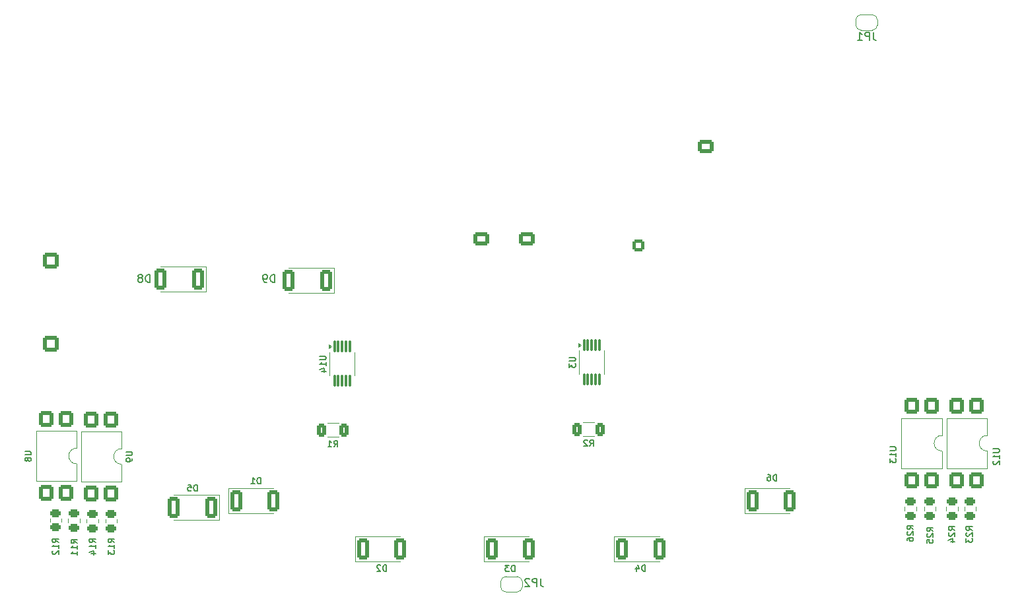
<source format=gbr>
%TF.GenerationSoftware,KiCad,Pcbnew,9.0.3*%
%TF.CreationDate,2025-11-14T19:54:21+01:00*%
%TF.ProjectId,ESPhome_greenhouse_controller,45535068-6f6d-4655-9f67-7265656e686f,rev?*%
%TF.SameCoordinates,Original*%
%TF.FileFunction,Legend,Bot*%
%TF.FilePolarity,Positive*%
%FSLAX46Y46*%
G04 Gerber Fmt 4.6, Leading zero omitted, Abs format (unit mm)*
G04 Created by KiCad (PCBNEW 9.0.3) date 2025-11-14 19:54:21*
%MOMM*%
%LPD*%
G01*
G04 APERTURE LIST*
G04 Aperture macros list*
%AMRoundRect*
0 Rectangle with rounded corners*
0 $1 Rounding radius*
0 $2 $3 $4 $5 $6 $7 $8 $9 X,Y pos of 4 corners*
0 Add a 4 corners polygon primitive as box body*
4,1,4,$2,$3,$4,$5,$6,$7,$8,$9,$2,$3,0*
0 Add four circle primitives for the rounded corners*
1,1,$1+$1,$2,$3*
1,1,$1+$1,$4,$5*
1,1,$1+$1,$6,$7*
1,1,$1+$1,$8,$9*
0 Add four rect primitives between the rounded corners*
20,1,$1+$1,$2,$3,$4,$5,0*
20,1,$1+$1,$4,$5,$6,$7,0*
20,1,$1+$1,$6,$7,$8,$9,0*
20,1,$1+$1,$8,$9,$2,$3,0*%
%AMFreePoly0*
4,1,23,0.500000,-0.750000,0.000000,-0.750000,0.000000,-0.745722,-0.065263,-0.745722,-0.191342,-0.711940,-0.304381,-0.646677,-0.396677,-0.554381,-0.461940,-0.441342,-0.495722,-0.315263,-0.495722,-0.250000,-0.500000,-0.250000,-0.500000,0.250000,-0.495722,0.250000,-0.495722,0.315263,-0.461940,0.441342,-0.396677,0.554381,-0.304381,0.646677,-0.191342,0.711940,-0.065263,0.745722,0.000000,0.745722,
0.000000,0.750000,0.500000,0.750000,0.500000,-0.750000,0.500000,-0.750000,$1*%
%AMFreePoly1*
4,1,23,0.000000,0.745722,0.065263,0.745722,0.191342,0.711940,0.304381,0.646677,0.396677,0.554381,0.461940,0.441342,0.495722,0.315263,0.495722,0.250000,0.500000,0.250000,0.500000,-0.250000,0.495722,-0.250000,0.495722,-0.315263,0.461940,-0.441342,0.396677,-0.554381,0.304381,-0.646677,0.191342,-0.711940,0.065263,-0.745722,0.000000,-0.745722,0.000000,-0.750000,-0.500000,-0.750000,
-0.500000,0.750000,0.000000,0.750000,0.000000,0.745722,0.000000,0.745722,$1*%
G04 Aperture macros list end*
%ADD10C,0.150000*%
%ADD11C,0.120000*%
%ADD12RoundRect,0.250000X-0.725000X0.600000X-0.725000X-0.600000X0.725000X-0.600000X0.725000X0.600000X0*%
%ADD13O,1.950000X1.700000*%
%ADD14C,3.000000*%
%ADD15C,2.500000*%
%ADD16RoundRect,0.250000X-0.550000X-0.550000X0.550000X-0.550000X0.550000X0.550000X-0.550000X0.550000X0*%
%ADD17C,1.600000*%
%ADD18RoundRect,0.250000X-0.750000X-0.750000X0.750000X-0.750000X0.750000X0.750000X-0.750000X0.750000X0*%
%ADD19C,2.000000*%
%ADD20R,3.200000X3.200000*%
%ADD21C,3.200000*%
%ADD22RoundRect,0.250000X0.725000X-0.600000X0.725000X0.600000X-0.725000X0.600000X-0.725000X-0.600000X0*%
%ADD23R,2.600000X2.600000*%
%ADD24C,2.600000*%
%ADD25C,5.600000*%
%ADD26R,1.500000X2.300000*%
%ADD27O,1.500000X2.300000*%
%ADD28C,2.010000*%
%ADD29RoundRect,0.250000X0.450000X-0.262500X0.450000X0.262500X-0.450000X0.262500X-0.450000X-0.262500X0*%
%ADD30RoundRect,0.250000X0.500000X1.100000X-0.500000X1.100000X-0.500000X-1.100000X0.500000X-1.100000X0*%
%ADD31RoundRect,0.250000X-0.500000X-1.100000X0.500000X-1.100000X0.500000X1.100000X-0.500000X1.100000X0*%
%ADD32RoundRect,0.249999X0.640001X-0.750001X0.640001X0.750001X-0.640001X0.750001X-0.640001X-0.750001X0*%
%ADD33FreePoly0,0.000000*%
%ADD34FreePoly1,0.000000*%
%ADD35RoundRect,0.075000X-0.075000X0.650000X-0.075000X-0.650000X0.075000X-0.650000X0.075000X0.650000X0*%
%ADD36RoundRect,0.250000X-0.312500X-0.625000X0.312500X-0.625000X0.312500X0.625000X-0.312500X0.625000X0*%
G04 APERTURE END LIST*
D10*
X206612295Y-135148214D02*
X206231342Y-134881547D01*
X206612295Y-134691071D02*
X205812295Y-134691071D01*
X205812295Y-134691071D02*
X205812295Y-134995833D01*
X205812295Y-134995833D02*
X205850390Y-135072023D01*
X205850390Y-135072023D02*
X205888485Y-135110118D01*
X205888485Y-135110118D02*
X205964676Y-135148214D01*
X205964676Y-135148214D02*
X206078961Y-135148214D01*
X206078961Y-135148214D02*
X206155152Y-135110118D01*
X206155152Y-135110118D02*
X206193247Y-135072023D01*
X206193247Y-135072023D02*
X206231342Y-134995833D01*
X206231342Y-134995833D02*
X206231342Y-134691071D01*
X205888485Y-135452975D02*
X205850390Y-135491071D01*
X205850390Y-135491071D02*
X205812295Y-135567261D01*
X205812295Y-135567261D02*
X205812295Y-135757737D01*
X205812295Y-135757737D02*
X205850390Y-135833928D01*
X205850390Y-135833928D02*
X205888485Y-135872023D01*
X205888485Y-135872023D02*
X205964676Y-135910118D01*
X205964676Y-135910118D02*
X206040866Y-135910118D01*
X206040866Y-135910118D02*
X206155152Y-135872023D01*
X206155152Y-135872023D02*
X206612295Y-135414880D01*
X206612295Y-135414880D02*
X206612295Y-135910118D01*
X205812295Y-136595833D02*
X205812295Y-136443452D01*
X205812295Y-136443452D02*
X205850390Y-136367261D01*
X205850390Y-136367261D02*
X205888485Y-136329166D01*
X205888485Y-136329166D02*
X206002771Y-136252976D01*
X206002771Y-136252976D02*
X206155152Y-136214880D01*
X206155152Y-136214880D02*
X206459914Y-136214880D01*
X206459914Y-136214880D02*
X206536104Y-136252976D01*
X206536104Y-136252976D02*
X206574200Y-136291071D01*
X206574200Y-136291071D02*
X206612295Y-136367261D01*
X206612295Y-136367261D02*
X206612295Y-136519642D01*
X206612295Y-136519642D02*
X206574200Y-136595833D01*
X206574200Y-136595833D02*
X206536104Y-136633928D01*
X206536104Y-136633928D02*
X206459914Y-136672023D01*
X206459914Y-136672023D02*
X206269438Y-136672023D01*
X206269438Y-136672023D02*
X206193247Y-136633928D01*
X206193247Y-136633928D02*
X206155152Y-136595833D01*
X206155152Y-136595833D02*
X206117057Y-136519642D01*
X206117057Y-136519642D02*
X206117057Y-136367261D01*
X206117057Y-136367261D02*
X206155152Y-136291071D01*
X206155152Y-136291071D02*
X206193247Y-136252976D01*
X206193247Y-136252976D02*
X206269438Y-136214880D01*
X108738094Y-103454819D02*
X108738094Y-102454819D01*
X108738094Y-102454819D02*
X108499999Y-102454819D01*
X108499999Y-102454819D02*
X108357142Y-102502438D01*
X108357142Y-102502438D02*
X108261904Y-102597676D01*
X108261904Y-102597676D02*
X108214285Y-102692914D01*
X108214285Y-102692914D02*
X108166666Y-102883390D01*
X108166666Y-102883390D02*
X108166666Y-103026247D01*
X108166666Y-103026247D02*
X108214285Y-103216723D01*
X108214285Y-103216723D02*
X108261904Y-103311961D01*
X108261904Y-103311961D02*
X108357142Y-103407200D01*
X108357142Y-103407200D02*
X108499999Y-103454819D01*
X108499999Y-103454819D02*
X108738094Y-103454819D01*
X107595237Y-102883390D02*
X107690475Y-102835771D01*
X107690475Y-102835771D02*
X107738094Y-102788152D01*
X107738094Y-102788152D02*
X107785713Y-102692914D01*
X107785713Y-102692914D02*
X107785713Y-102645295D01*
X107785713Y-102645295D02*
X107738094Y-102550057D01*
X107738094Y-102550057D02*
X107690475Y-102502438D01*
X107690475Y-102502438D02*
X107595237Y-102454819D01*
X107595237Y-102454819D02*
X107404761Y-102454819D01*
X107404761Y-102454819D02*
X107309523Y-102502438D01*
X107309523Y-102502438D02*
X107261904Y-102550057D01*
X107261904Y-102550057D02*
X107214285Y-102645295D01*
X107214285Y-102645295D02*
X107214285Y-102692914D01*
X107214285Y-102692914D02*
X107261904Y-102788152D01*
X107261904Y-102788152D02*
X107309523Y-102835771D01*
X107309523Y-102835771D02*
X107404761Y-102883390D01*
X107404761Y-102883390D02*
X107595237Y-102883390D01*
X107595237Y-102883390D02*
X107690475Y-102931009D01*
X107690475Y-102931009D02*
X107738094Y-102978628D01*
X107738094Y-102978628D02*
X107785713Y-103073866D01*
X107785713Y-103073866D02*
X107785713Y-103264342D01*
X107785713Y-103264342D02*
X107738094Y-103359580D01*
X107738094Y-103359580D02*
X107690475Y-103407200D01*
X107690475Y-103407200D02*
X107595237Y-103454819D01*
X107595237Y-103454819D02*
X107404761Y-103454819D01*
X107404761Y-103454819D02*
X107309523Y-103407200D01*
X107309523Y-103407200D02*
X107261904Y-103359580D01*
X107261904Y-103359580D02*
X107214285Y-103264342D01*
X107214285Y-103264342D02*
X107214285Y-103073866D01*
X107214285Y-103073866D02*
X107261904Y-102978628D01*
X107261904Y-102978628D02*
X107309523Y-102931009D01*
X107309523Y-102931009D02*
X107404761Y-102883390D01*
X124738094Y-103454819D02*
X124738094Y-102454819D01*
X124738094Y-102454819D02*
X124499999Y-102454819D01*
X124499999Y-102454819D02*
X124357142Y-102502438D01*
X124357142Y-102502438D02*
X124261904Y-102597676D01*
X124261904Y-102597676D02*
X124214285Y-102692914D01*
X124214285Y-102692914D02*
X124166666Y-102883390D01*
X124166666Y-102883390D02*
X124166666Y-103026247D01*
X124166666Y-103026247D02*
X124214285Y-103216723D01*
X124214285Y-103216723D02*
X124261904Y-103311961D01*
X124261904Y-103311961D02*
X124357142Y-103407200D01*
X124357142Y-103407200D02*
X124499999Y-103454819D01*
X124499999Y-103454819D02*
X124738094Y-103454819D01*
X123690475Y-103454819D02*
X123499999Y-103454819D01*
X123499999Y-103454819D02*
X123404761Y-103407200D01*
X123404761Y-103407200D02*
X123357142Y-103359580D01*
X123357142Y-103359580D02*
X123261904Y-103216723D01*
X123261904Y-103216723D02*
X123214285Y-103026247D01*
X123214285Y-103026247D02*
X123214285Y-102645295D01*
X123214285Y-102645295D02*
X123261904Y-102550057D01*
X123261904Y-102550057D02*
X123309523Y-102502438D01*
X123309523Y-102502438D02*
X123404761Y-102454819D01*
X123404761Y-102454819D02*
X123595237Y-102454819D01*
X123595237Y-102454819D02*
X123690475Y-102502438D01*
X123690475Y-102502438D02*
X123738094Y-102550057D01*
X123738094Y-102550057D02*
X123785713Y-102645295D01*
X123785713Y-102645295D02*
X123785713Y-102883390D01*
X123785713Y-102883390D02*
X123738094Y-102978628D01*
X123738094Y-102978628D02*
X123690475Y-103026247D01*
X123690475Y-103026247D02*
X123595237Y-103073866D01*
X123595237Y-103073866D02*
X123404761Y-103073866D01*
X123404761Y-103073866D02*
X123309523Y-103026247D01*
X123309523Y-103026247D02*
X123261904Y-102978628D01*
X123261904Y-102978628D02*
X123214285Y-102883390D01*
X139040475Y-140512295D02*
X139040475Y-139712295D01*
X139040475Y-139712295D02*
X138849999Y-139712295D01*
X138849999Y-139712295D02*
X138735713Y-139750390D01*
X138735713Y-139750390D02*
X138659523Y-139826580D01*
X138659523Y-139826580D02*
X138621428Y-139902771D01*
X138621428Y-139902771D02*
X138583332Y-140055152D01*
X138583332Y-140055152D02*
X138583332Y-140169438D01*
X138583332Y-140169438D02*
X138621428Y-140321819D01*
X138621428Y-140321819D02*
X138659523Y-140398009D01*
X138659523Y-140398009D02*
X138735713Y-140474200D01*
X138735713Y-140474200D02*
X138849999Y-140512295D01*
X138849999Y-140512295D02*
X139040475Y-140512295D01*
X138278571Y-139788485D02*
X138240475Y-139750390D01*
X138240475Y-139750390D02*
X138164285Y-139712295D01*
X138164285Y-139712295D02*
X137973809Y-139712295D01*
X137973809Y-139712295D02*
X137897618Y-139750390D01*
X137897618Y-139750390D02*
X137859523Y-139788485D01*
X137859523Y-139788485D02*
X137821428Y-139864676D01*
X137821428Y-139864676D02*
X137821428Y-139940866D01*
X137821428Y-139940866D02*
X137859523Y-140055152D01*
X137859523Y-140055152D02*
X138316666Y-140512295D01*
X138316666Y-140512295D02*
X137821428Y-140512295D01*
X211962295Y-135285714D02*
X211581342Y-135019047D01*
X211962295Y-134828571D02*
X211162295Y-134828571D01*
X211162295Y-134828571D02*
X211162295Y-135133333D01*
X211162295Y-135133333D02*
X211200390Y-135209523D01*
X211200390Y-135209523D02*
X211238485Y-135247618D01*
X211238485Y-135247618D02*
X211314676Y-135285714D01*
X211314676Y-135285714D02*
X211428961Y-135285714D01*
X211428961Y-135285714D02*
X211505152Y-135247618D01*
X211505152Y-135247618D02*
X211543247Y-135209523D01*
X211543247Y-135209523D02*
X211581342Y-135133333D01*
X211581342Y-135133333D02*
X211581342Y-134828571D01*
X211238485Y-135590475D02*
X211200390Y-135628571D01*
X211200390Y-135628571D02*
X211162295Y-135704761D01*
X211162295Y-135704761D02*
X211162295Y-135895237D01*
X211162295Y-135895237D02*
X211200390Y-135971428D01*
X211200390Y-135971428D02*
X211238485Y-136009523D01*
X211238485Y-136009523D02*
X211314676Y-136047618D01*
X211314676Y-136047618D02*
X211390866Y-136047618D01*
X211390866Y-136047618D02*
X211505152Y-136009523D01*
X211505152Y-136009523D02*
X211962295Y-135552380D01*
X211962295Y-135552380D02*
X211962295Y-136047618D01*
X211428961Y-136733333D02*
X211962295Y-136733333D01*
X211124200Y-136542857D02*
X211695628Y-136352380D01*
X211695628Y-136352380D02*
X211695628Y-136847619D01*
X189090475Y-128912295D02*
X189090475Y-128112295D01*
X189090475Y-128112295D02*
X188899999Y-128112295D01*
X188899999Y-128112295D02*
X188785713Y-128150390D01*
X188785713Y-128150390D02*
X188709523Y-128226580D01*
X188709523Y-128226580D02*
X188671428Y-128302771D01*
X188671428Y-128302771D02*
X188633332Y-128455152D01*
X188633332Y-128455152D02*
X188633332Y-128569438D01*
X188633332Y-128569438D02*
X188671428Y-128721819D01*
X188671428Y-128721819D02*
X188709523Y-128798009D01*
X188709523Y-128798009D02*
X188785713Y-128874200D01*
X188785713Y-128874200D02*
X188899999Y-128912295D01*
X188899999Y-128912295D02*
X189090475Y-128912295D01*
X187947618Y-128112295D02*
X188099999Y-128112295D01*
X188099999Y-128112295D02*
X188176190Y-128150390D01*
X188176190Y-128150390D02*
X188214285Y-128188485D01*
X188214285Y-128188485D02*
X188290475Y-128302771D01*
X188290475Y-128302771D02*
X188328571Y-128455152D01*
X188328571Y-128455152D02*
X188328571Y-128759914D01*
X188328571Y-128759914D02*
X188290475Y-128836104D01*
X188290475Y-128836104D02*
X188252380Y-128874200D01*
X188252380Y-128874200D02*
X188176190Y-128912295D01*
X188176190Y-128912295D02*
X188023809Y-128912295D01*
X188023809Y-128912295D02*
X187947618Y-128874200D01*
X187947618Y-128874200D02*
X187909523Y-128836104D01*
X187909523Y-128836104D02*
X187871428Y-128759914D01*
X187871428Y-128759914D02*
X187871428Y-128569438D01*
X187871428Y-128569438D02*
X187909523Y-128493247D01*
X187909523Y-128493247D02*
X187947618Y-128455152D01*
X187947618Y-128455152D02*
X188023809Y-128417057D01*
X188023809Y-128417057D02*
X188176190Y-128417057D01*
X188176190Y-128417057D02*
X188252380Y-128455152D01*
X188252380Y-128455152D02*
X188290475Y-128493247D01*
X188290475Y-128493247D02*
X188328571Y-128569438D01*
X216862295Y-124809524D02*
X217509914Y-124809524D01*
X217509914Y-124809524D02*
X217586104Y-124847619D01*
X217586104Y-124847619D02*
X217624200Y-124885714D01*
X217624200Y-124885714D02*
X217662295Y-124961905D01*
X217662295Y-124961905D02*
X217662295Y-125114286D01*
X217662295Y-125114286D02*
X217624200Y-125190476D01*
X217624200Y-125190476D02*
X217586104Y-125228571D01*
X217586104Y-125228571D02*
X217509914Y-125266667D01*
X217509914Y-125266667D02*
X216862295Y-125266667D01*
X217662295Y-126066666D02*
X217662295Y-125609523D01*
X217662295Y-125838095D02*
X216862295Y-125838095D01*
X216862295Y-125838095D02*
X216976580Y-125761904D01*
X216976580Y-125761904D02*
X217052771Y-125685714D01*
X217052771Y-125685714D02*
X217090866Y-125609523D01*
X216938485Y-126371428D02*
X216900390Y-126409524D01*
X216900390Y-126409524D02*
X216862295Y-126485714D01*
X216862295Y-126485714D02*
X216862295Y-126676190D01*
X216862295Y-126676190D02*
X216900390Y-126752381D01*
X216900390Y-126752381D02*
X216938485Y-126790476D01*
X216938485Y-126790476D02*
X217014676Y-126828571D01*
X217014676Y-126828571D02*
X217090866Y-126828571D01*
X217090866Y-126828571D02*
X217205152Y-126790476D01*
X217205152Y-126790476D02*
X217662295Y-126333333D01*
X217662295Y-126333333D02*
X217662295Y-126828571D01*
X201483333Y-71354819D02*
X201483333Y-72069104D01*
X201483333Y-72069104D02*
X201530952Y-72211961D01*
X201530952Y-72211961D02*
X201626190Y-72307200D01*
X201626190Y-72307200D02*
X201769047Y-72354819D01*
X201769047Y-72354819D02*
X201864285Y-72354819D01*
X201007142Y-72354819D02*
X201007142Y-71354819D01*
X201007142Y-71354819D02*
X200626190Y-71354819D01*
X200626190Y-71354819D02*
X200530952Y-71402438D01*
X200530952Y-71402438D02*
X200483333Y-71450057D01*
X200483333Y-71450057D02*
X200435714Y-71545295D01*
X200435714Y-71545295D02*
X200435714Y-71688152D01*
X200435714Y-71688152D02*
X200483333Y-71783390D01*
X200483333Y-71783390D02*
X200530952Y-71831009D01*
X200530952Y-71831009D02*
X200626190Y-71878628D01*
X200626190Y-71878628D02*
X201007142Y-71878628D01*
X199483333Y-72354819D02*
X200054761Y-72354819D01*
X199769047Y-72354819D02*
X199769047Y-71354819D01*
X199769047Y-71354819D02*
X199864285Y-71497676D01*
X199864285Y-71497676D02*
X199959523Y-71592914D01*
X199959523Y-71592914D02*
X200054761Y-71640533D01*
X92712295Y-125140476D02*
X93359914Y-125140476D01*
X93359914Y-125140476D02*
X93436104Y-125178571D01*
X93436104Y-125178571D02*
X93474200Y-125216666D01*
X93474200Y-125216666D02*
X93512295Y-125292857D01*
X93512295Y-125292857D02*
X93512295Y-125445238D01*
X93512295Y-125445238D02*
X93474200Y-125521428D01*
X93474200Y-125521428D02*
X93436104Y-125559523D01*
X93436104Y-125559523D02*
X93359914Y-125597619D01*
X93359914Y-125597619D02*
X92712295Y-125597619D01*
X93055152Y-126092856D02*
X93017057Y-126016666D01*
X93017057Y-126016666D02*
X92978961Y-125978571D01*
X92978961Y-125978571D02*
X92902771Y-125940475D01*
X92902771Y-125940475D02*
X92864676Y-125940475D01*
X92864676Y-125940475D02*
X92788485Y-125978571D01*
X92788485Y-125978571D02*
X92750390Y-126016666D01*
X92750390Y-126016666D02*
X92712295Y-126092856D01*
X92712295Y-126092856D02*
X92712295Y-126245237D01*
X92712295Y-126245237D02*
X92750390Y-126321428D01*
X92750390Y-126321428D02*
X92788485Y-126359523D01*
X92788485Y-126359523D02*
X92864676Y-126397618D01*
X92864676Y-126397618D02*
X92902771Y-126397618D01*
X92902771Y-126397618D02*
X92978961Y-126359523D01*
X92978961Y-126359523D02*
X93017057Y-126321428D01*
X93017057Y-126321428D02*
X93055152Y-126245237D01*
X93055152Y-126245237D02*
X93055152Y-126092856D01*
X93055152Y-126092856D02*
X93093247Y-126016666D01*
X93093247Y-126016666D02*
X93131342Y-125978571D01*
X93131342Y-125978571D02*
X93207533Y-125940475D01*
X93207533Y-125940475D02*
X93359914Y-125940475D01*
X93359914Y-125940475D02*
X93436104Y-125978571D01*
X93436104Y-125978571D02*
X93474200Y-126016666D01*
X93474200Y-126016666D02*
X93512295Y-126092856D01*
X93512295Y-126092856D02*
X93512295Y-126245237D01*
X93512295Y-126245237D02*
X93474200Y-126321428D01*
X93474200Y-126321428D02*
X93436104Y-126359523D01*
X93436104Y-126359523D02*
X93359914Y-126397618D01*
X93359914Y-126397618D02*
X93207533Y-126397618D01*
X93207533Y-126397618D02*
X93131342Y-126359523D01*
X93131342Y-126359523D02*
X93093247Y-126321428D01*
X93093247Y-126321428D02*
X93055152Y-126245237D01*
X172240475Y-140512295D02*
X172240475Y-139712295D01*
X172240475Y-139712295D02*
X172049999Y-139712295D01*
X172049999Y-139712295D02*
X171935713Y-139750390D01*
X171935713Y-139750390D02*
X171859523Y-139826580D01*
X171859523Y-139826580D02*
X171821428Y-139902771D01*
X171821428Y-139902771D02*
X171783332Y-140055152D01*
X171783332Y-140055152D02*
X171783332Y-140169438D01*
X171783332Y-140169438D02*
X171821428Y-140321819D01*
X171821428Y-140321819D02*
X171859523Y-140398009D01*
X171859523Y-140398009D02*
X171935713Y-140474200D01*
X171935713Y-140474200D02*
X172049999Y-140512295D01*
X172049999Y-140512295D02*
X172240475Y-140512295D01*
X171097618Y-139978961D02*
X171097618Y-140512295D01*
X171288094Y-139674200D02*
X171478571Y-140245628D01*
X171478571Y-140245628D02*
X170983332Y-140245628D01*
X209162295Y-135398214D02*
X208781342Y-135131547D01*
X209162295Y-134941071D02*
X208362295Y-134941071D01*
X208362295Y-134941071D02*
X208362295Y-135245833D01*
X208362295Y-135245833D02*
X208400390Y-135322023D01*
X208400390Y-135322023D02*
X208438485Y-135360118D01*
X208438485Y-135360118D02*
X208514676Y-135398214D01*
X208514676Y-135398214D02*
X208628961Y-135398214D01*
X208628961Y-135398214D02*
X208705152Y-135360118D01*
X208705152Y-135360118D02*
X208743247Y-135322023D01*
X208743247Y-135322023D02*
X208781342Y-135245833D01*
X208781342Y-135245833D02*
X208781342Y-134941071D01*
X208438485Y-135702975D02*
X208400390Y-135741071D01*
X208400390Y-135741071D02*
X208362295Y-135817261D01*
X208362295Y-135817261D02*
X208362295Y-136007737D01*
X208362295Y-136007737D02*
X208400390Y-136083928D01*
X208400390Y-136083928D02*
X208438485Y-136122023D01*
X208438485Y-136122023D02*
X208514676Y-136160118D01*
X208514676Y-136160118D02*
X208590866Y-136160118D01*
X208590866Y-136160118D02*
X208705152Y-136122023D01*
X208705152Y-136122023D02*
X209162295Y-135664880D01*
X209162295Y-135664880D02*
X209162295Y-136160118D01*
X208362295Y-136883928D02*
X208362295Y-136502976D01*
X208362295Y-136502976D02*
X208743247Y-136464880D01*
X208743247Y-136464880D02*
X208705152Y-136502976D01*
X208705152Y-136502976D02*
X208667057Y-136579166D01*
X208667057Y-136579166D02*
X208667057Y-136769642D01*
X208667057Y-136769642D02*
X208705152Y-136845833D01*
X208705152Y-136845833D02*
X208743247Y-136883928D01*
X208743247Y-136883928D02*
X208819438Y-136922023D01*
X208819438Y-136922023D02*
X209009914Y-136922023D01*
X209009914Y-136922023D02*
X209086104Y-136883928D01*
X209086104Y-136883928D02*
X209124200Y-136845833D01*
X209124200Y-136845833D02*
X209162295Y-136769642D01*
X209162295Y-136769642D02*
X209162295Y-136579166D01*
X209162295Y-136579166D02*
X209124200Y-136502976D01*
X209124200Y-136502976D02*
X209086104Y-136464880D01*
X122940475Y-129312295D02*
X122940475Y-128512295D01*
X122940475Y-128512295D02*
X122749999Y-128512295D01*
X122749999Y-128512295D02*
X122635713Y-128550390D01*
X122635713Y-128550390D02*
X122559523Y-128626580D01*
X122559523Y-128626580D02*
X122521428Y-128702771D01*
X122521428Y-128702771D02*
X122483332Y-128855152D01*
X122483332Y-128855152D02*
X122483332Y-128969438D01*
X122483332Y-128969438D02*
X122521428Y-129121819D01*
X122521428Y-129121819D02*
X122559523Y-129198009D01*
X122559523Y-129198009D02*
X122635713Y-129274200D01*
X122635713Y-129274200D02*
X122749999Y-129312295D01*
X122749999Y-129312295D02*
X122940475Y-129312295D01*
X121721428Y-129312295D02*
X122178571Y-129312295D01*
X121949999Y-129312295D02*
X121949999Y-128512295D01*
X121949999Y-128512295D02*
X122026190Y-128626580D01*
X122026190Y-128626580D02*
X122102380Y-128702771D01*
X122102380Y-128702771D02*
X122178571Y-128740866D01*
X114790475Y-130212295D02*
X114790475Y-129412295D01*
X114790475Y-129412295D02*
X114599999Y-129412295D01*
X114599999Y-129412295D02*
X114485713Y-129450390D01*
X114485713Y-129450390D02*
X114409523Y-129526580D01*
X114409523Y-129526580D02*
X114371428Y-129602771D01*
X114371428Y-129602771D02*
X114333332Y-129755152D01*
X114333332Y-129755152D02*
X114333332Y-129869438D01*
X114333332Y-129869438D02*
X114371428Y-130021819D01*
X114371428Y-130021819D02*
X114409523Y-130098009D01*
X114409523Y-130098009D02*
X114485713Y-130174200D01*
X114485713Y-130174200D02*
X114599999Y-130212295D01*
X114599999Y-130212295D02*
X114790475Y-130212295D01*
X113609523Y-129412295D02*
X113990475Y-129412295D01*
X113990475Y-129412295D02*
X114028571Y-129793247D01*
X114028571Y-129793247D02*
X113990475Y-129755152D01*
X113990475Y-129755152D02*
X113914285Y-129717057D01*
X113914285Y-129717057D02*
X113723809Y-129717057D01*
X113723809Y-129717057D02*
X113647618Y-129755152D01*
X113647618Y-129755152D02*
X113609523Y-129793247D01*
X113609523Y-129793247D02*
X113571428Y-129869438D01*
X113571428Y-129869438D02*
X113571428Y-130059914D01*
X113571428Y-130059914D02*
X113609523Y-130136104D01*
X113609523Y-130136104D02*
X113647618Y-130174200D01*
X113647618Y-130174200D02*
X113723809Y-130212295D01*
X113723809Y-130212295D02*
X113914285Y-130212295D01*
X113914285Y-130212295D02*
X113990475Y-130174200D01*
X113990475Y-130174200D02*
X114028571Y-130136104D01*
X162512295Y-113090476D02*
X163159914Y-113090476D01*
X163159914Y-113090476D02*
X163236104Y-113128571D01*
X163236104Y-113128571D02*
X163274200Y-113166666D01*
X163274200Y-113166666D02*
X163312295Y-113242857D01*
X163312295Y-113242857D02*
X163312295Y-113395238D01*
X163312295Y-113395238D02*
X163274200Y-113471428D01*
X163274200Y-113471428D02*
X163236104Y-113509523D01*
X163236104Y-113509523D02*
X163159914Y-113547619D01*
X163159914Y-113547619D02*
X162512295Y-113547619D01*
X162512295Y-113852380D02*
X162512295Y-114347618D01*
X162512295Y-114347618D02*
X162817057Y-114080952D01*
X162817057Y-114080952D02*
X162817057Y-114195237D01*
X162817057Y-114195237D02*
X162855152Y-114271428D01*
X162855152Y-114271428D02*
X162893247Y-114309523D01*
X162893247Y-114309523D02*
X162969438Y-114347618D01*
X162969438Y-114347618D02*
X163159914Y-114347618D01*
X163159914Y-114347618D02*
X163236104Y-114309523D01*
X163236104Y-114309523D02*
X163274200Y-114271428D01*
X163274200Y-114271428D02*
X163312295Y-114195237D01*
X163312295Y-114195237D02*
X163312295Y-113966666D01*
X163312295Y-113966666D02*
X163274200Y-113890475D01*
X163274200Y-113890475D02*
X163236104Y-113852380D01*
X165133332Y-124482295D02*
X165399999Y-124101342D01*
X165590475Y-124482295D02*
X165590475Y-123682295D01*
X165590475Y-123682295D02*
X165285713Y-123682295D01*
X165285713Y-123682295D02*
X165209523Y-123720390D01*
X165209523Y-123720390D02*
X165171428Y-123758485D01*
X165171428Y-123758485D02*
X165133332Y-123834676D01*
X165133332Y-123834676D02*
X165133332Y-123948961D01*
X165133332Y-123948961D02*
X165171428Y-124025152D01*
X165171428Y-124025152D02*
X165209523Y-124063247D01*
X165209523Y-124063247D02*
X165285713Y-124101342D01*
X165285713Y-124101342D02*
X165590475Y-124101342D01*
X164828571Y-123758485D02*
X164790475Y-123720390D01*
X164790475Y-123720390D02*
X164714285Y-123682295D01*
X164714285Y-123682295D02*
X164523809Y-123682295D01*
X164523809Y-123682295D02*
X164447618Y-123720390D01*
X164447618Y-123720390D02*
X164409523Y-123758485D01*
X164409523Y-123758485D02*
X164371428Y-123834676D01*
X164371428Y-123834676D02*
X164371428Y-123910866D01*
X164371428Y-123910866D02*
X164409523Y-124025152D01*
X164409523Y-124025152D02*
X164866666Y-124482295D01*
X164866666Y-124482295D02*
X164371428Y-124482295D01*
X97012295Y-136835714D02*
X96631342Y-136569047D01*
X97012295Y-136378571D02*
X96212295Y-136378571D01*
X96212295Y-136378571D02*
X96212295Y-136683333D01*
X96212295Y-136683333D02*
X96250390Y-136759523D01*
X96250390Y-136759523D02*
X96288485Y-136797618D01*
X96288485Y-136797618D02*
X96364676Y-136835714D01*
X96364676Y-136835714D02*
X96478961Y-136835714D01*
X96478961Y-136835714D02*
X96555152Y-136797618D01*
X96555152Y-136797618D02*
X96593247Y-136759523D01*
X96593247Y-136759523D02*
X96631342Y-136683333D01*
X96631342Y-136683333D02*
X96631342Y-136378571D01*
X97012295Y-137597618D02*
X97012295Y-137140475D01*
X97012295Y-137369047D02*
X96212295Y-137369047D01*
X96212295Y-137369047D02*
X96326580Y-137292856D01*
X96326580Y-137292856D02*
X96402771Y-137216666D01*
X96402771Y-137216666D02*
X96440866Y-137140475D01*
X96288485Y-137902380D02*
X96250390Y-137940476D01*
X96250390Y-137940476D02*
X96212295Y-138016666D01*
X96212295Y-138016666D02*
X96212295Y-138207142D01*
X96212295Y-138207142D02*
X96250390Y-138283333D01*
X96250390Y-138283333D02*
X96288485Y-138321428D01*
X96288485Y-138321428D02*
X96364676Y-138359523D01*
X96364676Y-138359523D02*
X96440866Y-138359523D01*
X96440866Y-138359523D02*
X96555152Y-138321428D01*
X96555152Y-138321428D02*
X97012295Y-137864285D01*
X97012295Y-137864285D02*
X97012295Y-138359523D01*
X101762295Y-136835714D02*
X101381342Y-136569047D01*
X101762295Y-136378571D02*
X100962295Y-136378571D01*
X100962295Y-136378571D02*
X100962295Y-136683333D01*
X100962295Y-136683333D02*
X101000390Y-136759523D01*
X101000390Y-136759523D02*
X101038485Y-136797618D01*
X101038485Y-136797618D02*
X101114676Y-136835714D01*
X101114676Y-136835714D02*
X101228961Y-136835714D01*
X101228961Y-136835714D02*
X101305152Y-136797618D01*
X101305152Y-136797618D02*
X101343247Y-136759523D01*
X101343247Y-136759523D02*
X101381342Y-136683333D01*
X101381342Y-136683333D02*
X101381342Y-136378571D01*
X101762295Y-137597618D02*
X101762295Y-137140475D01*
X101762295Y-137369047D02*
X100962295Y-137369047D01*
X100962295Y-137369047D02*
X101076580Y-137292856D01*
X101076580Y-137292856D02*
X101152771Y-137216666D01*
X101152771Y-137216666D02*
X101190866Y-137140475D01*
X101228961Y-138283333D02*
X101762295Y-138283333D01*
X100924200Y-138092857D02*
X101495628Y-137902380D01*
X101495628Y-137902380D02*
X101495628Y-138397619D01*
X203612295Y-124559524D02*
X204259914Y-124559524D01*
X204259914Y-124559524D02*
X204336104Y-124597619D01*
X204336104Y-124597619D02*
X204374200Y-124635714D01*
X204374200Y-124635714D02*
X204412295Y-124711905D01*
X204412295Y-124711905D02*
X204412295Y-124864286D01*
X204412295Y-124864286D02*
X204374200Y-124940476D01*
X204374200Y-124940476D02*
X204336104Y-124978571D01*
X204336104Y-124978571D02*
X204259914Y-125016667D01*
X204259914Y-125016667D02*
X203612295Y-125016667D01*
X204412295Y-125816666D02*
X204412295Y-125359523D01*
X204412295Y-125588095D02*
X203612295Y-125588095D01*
X203612295Y-125588095D02*
X203726580Y-125511904D01*
X203726580Y-125511904D02*
X203802771Y-125435714D01*
X203802771Y-125435714D02*
X203840866Y-125359523D01*
X203612295Y-126083333D02*
X203612295Y-126578571D01*
X203612295Y-126578571D02*
X203917057Y-126311905D01*
X203917057Y-126311905D02*
X203917057Y-126426190D01*
X203917057Y-126426190D02*
X203955152Y-126502381D01*
X203955152Y-126502381D02*
X203993247Y-126540476D01*
X203993247Y-126540476D02*
X204069438Y-126578571D01*
X204069438Y-126578571D02*
X204259914Y-126578571D01*
X204259914Y-126578571D02*
X204336104Y-126540476D01*
X204336104Y-126540476D02*
X204374200Y-126502381D01*
X204374200Y-126502381D02*
X204412295Y-126426190D01*
X204412295Y-126426190D02*
X204412295Y-126197619D01*
X204412295Y-126197619D02*
X204374200Y-126121428D01*
X204374200Y-126121428D02*
X204336104Y-126083333D01*
X132333332Y-124582295D02*
X132599999Y-124201342D01*
X132790475Y-124582295D02*
X132790475Y-123782295D01*
X132790475Y-123782295D02*
X132485713Y-123782295D01*
X132485713Y-123782295D02*
X132409523Y-123820390D01*
X132409523Y-123820390D02*
X132371428Y-123858485D01*
X132371428Y-123858485D02*
X132333332Y-123934676D01*
X132333332Y-123934676D02*
X132333332Y-124048961D01*
X132333332Y-124048961D02*
X132371428Y-124125152D01*
X132371428Y-124125152D02*
X132409523Y-124163247D01*
X132409523Y-124163247D02*
X132485713Y-124201342D01*
X132485713Y-124201342D02*
X132790475Y-124201342D01*
X131571428Y-124582295D02*
X132028571Y-124582295D01*
X131799999Y-124582295D02*
X131799999Y-123782295D01*
X131799999Y-123782295D02*
X131876190Y-123896580D01*
X131876190Y-123896580D02*
X131952380Y-123972771D01*
X131952380Y-123972771D02*
X132028571Y-124010866D01*
X214212295Y-135285714D02*
X213831342Y-135019047D01*
X214212295Y-134828571D02*
X213412295Y-134828571D01*
X213412295Y-134828571D02*
X213412295Y-135133333D01*
X213412295Y-135133333D02*
X213450390Y-135209523D01*
X213450390Y-135209523D02*
X213488485Y-135247618D01*
X213488485Y-135247618D02*
X213564676Y-135285714D01*
X213564676Y-135285714D02*
X213678961Y-135285714D01*
X213678961Y-135285714D02*
X213755152Y-135247618D01*
X213755152Y-135247618D02*
X213793247Y-135209523D01*
X213793247Y-135209523D02*
X213831342Y-135133333D01*
X213831342Y-135133333D02*
X213831342Y-134828571D01*
X213488485Y-135590475D02*
X213450390Y-135628571D01*
X213450390Y-135628571D02*
X213412295Y-135704761D01*
X213412295Y-135704761D02*
X213412295Y-135895237D01*
X213412295Y-135895237D02*
X213450390Y-135971428D01*
X213450390Y-135971428D02*
X213488485Y-136009523D01*
X213488485Y-136009523D02*
X213564676Y-136047618D01*
X213564676Y-136047618D02*
X213640866Y-136047618D01*
X213640866Y-136047618D02*
X213755152Y-136009523D01*
X213755152Y-136009523D02*
X214212295Y-135552380D01*
X214212295Y-135552380D02*
X214212295Y-136047618D01*
X213412295Y-136314285D02*
X213412295Y-136809523D01*
X213412295Y-136809523D02*
X213717057Y-136542857D01*
X213717057Y-136542857D02*
X213717057Y-136657142D01*
X213717057Y-136657142D02*
X213755152Y-136733333D01*
X213755152Y-136733333D02*
X213793247Y-136771428D01*
X213793247Y-136771428D02*
X213869438Y-136809523D01*
X213869438Y-136809523D02*
X214059914Y-136809523D01*
X214059914Y-136809523D02*
X214136104Y-136771428D01*
X214136104Y-136771428D02*
X214174200Y-136733333D01*
X214174200Y-136733333D02*
X214212295Y-136657142D01*
X214212295Y-136657142D02*
X214212295Y-136428571D01*
X214212295Y-136428571D02*
X214174200Y-136352380D01*
X214174200Y-136352380D02*
X214136104Y-136314285D01*
X155540475Y-140562295D02*
X155540475Y-139762295D01*
X155540475Y-139762295D02*
X155349999Y-139762295D01*
X155349999Y-139762295D02*
X155235713Y-139800390D01*
X155235713Y-139800390D02*
X155159523Y-139876580D01*
X155159523Y-139876580D02*
X155121428Y-139952771D01*
X155121428Y-139952771D02*
X155083332Y-140105152D01*
X155083332Y-140105152D02*
X155083332Y-140219438D01*
X155083332Y-140219438D02*
X155121428Y-140371819D01*
X155121428Y-140371819D02*
X155159523Y-140448009D01*
X155159523Y-140448009D02*
X155235713Y-140524200D01*
X155235713Y-140524200D02*
X155349999Y-140562295D01*
X155349999Y-140562295D02*
X155540475Y-140562295D01*
X154816666Y-139762295D02*
X154321428Y-139762295D01*
X154321428Y-139762295D02*
X154588094Y-140067057D01*
X154588094Y-140067057D02*
X154473809Y-140067057D01*
X154473809Y-140067057D02*
X154397618Y-140105152D01*
X154397618Y-140105152D02*
X154359523Y-140143247D01*
X154359523Y-140143247D02*
X154321428Y-140219438D01*
X154321428Y-140219438D02*
X154321428Y-140409914D01*
X154321428Y-140409914D02*
X154359523Y-140486104D01*
X154359523Y-140486104D02*
X154397618Y-140524200D01*
X154397618Y-140524200D02*
X154473809Y-140562295D01*
X154473809Y-140562295D02*
X154702380Y-140562295D01*
X154702380Y-140562295D02*
X154778571Y-140524200D01*
X154778571Y-140524200D02*
X154816666Y-140486104D01*
X130512295Y-112909524D02*
X131159914Y-112909524D01*
X131159914Y-112909524D02*
X131236104Y-112947619D01*
X131236104Y-112947619D02*
X131274200Y-112985714D01*
X131274200Y-112985714D02*
X131312295Y-113061905D01*
X131312295Y-113061905D02*
X131312295Y-113214286D01*
X131312295Y-113214286D02*
X131274200Y-113290476D01*
X131274200Y-113290476D02*
X131236104Y-113328571D01*
X131236104Y-113328571D02*
X131159914Y-113366667D01*
X131159914Y-113366667D02*
X130512295Y-113366667D01*
X131312295Y-114166666D02*
X131312295Y-113709523D01*
X131312295Y-113938095D02*
X130512295Y-113938095D01*
X130512295Y-113938095D02*
X130626580Y-113861904D01*
X130626580Y-113861904D02*
X130702771Y-113785714D01*
X130702771Y-113785714D02*
X130740866Y-113709523D01*
X130778961Y-114852381D02*
X131312295Y-114852381D01*
X130474200Y-114661905D02*
X131045628Y-114471428D01*
X131045628Y-114471428D02*
X131045628Y-114966667D01*
X105662295Y-125190476D02*
X106309914Y-125190476D01*
X106309914Y-125190476D02*
X106386104Y-125228571D01*
X106386104Y-125228571D02*
X106424200Y-125266666D01*
X106424200Y-125266666D02*
X106462295Y-125342857D01*
X106462295Y-125342857D02*
X106462295Y-125495238D01*
X106462295Y-125495238D02*
X106424200Y-125571428D01*
X106424200Y-125571428D02*
X106386104Y-125609523D01*
X106386104Y-125609523D02*
X106309914Y-125647619D01*
X106309914Y-125647619D02*
X105662295Y-125647619D01*
X106462295Y-126066666D02*
X106462295Y-126219047D01*
X106462295Y-126219047D02*
X106424200Y-126295237D01*
X106424200Y-126295237D02*
X106386104Y-126333333D01*
X106386104Y-126333333D02*
X106271819Y-126409523D01*
X106271819Y-126409523D02*
X106119438Y-126447618D01*
X106119438Y-126447618D02*
X105814676Y-126447618D01*
X105814676Y-126447618D02*
X105738485Y-126409523D01*
X105738485Y-126409523D02*
X105700390Y-126371428D01*
X105700390Y-126371428D02*
X105662295Y-126295237D01*
X105662295Y-126295237D02*
X105662295Y-126142856D01*
X105662295Y-126142856D02*
X105700390Y-126066666D01*
X105700390Y-126066666D02*
X105738485Y-126028571D01*
X105738485Y-126028571D02*
X105814676Y-125990475D01*
X105814676Y-125990475D02*
X106005152Y-125990475D01*
X106005152Y-125990475D02*
X106081342Y-126028571D01*
X106081342Y-126028571D02*
X106119438Y-126066666D01*
X106119438Y-126066666D02*
X106157533Y-126142856D01*
X106157533Y-126142856D02*
X106157533Y-126295237D01*
X106157533Y-126295237D02*
X106119438Y-126371428D01*
X106119438Y-126371428D02*
X106081342Y-126409523D01*
X106081342Y-126409523D02*
X106005152Y-126447618D01*
X158833333Y-141454819D02*
X158833333Y-142169104D01*
X158833333Y-142169104D02*
X158880952Y-142311961D01*
X158880952Y-142311961D02*
X158976190Y-142407200D01*
X158976190Y-142407200D02*
X159119047Y-142454819D01*
X159119047Y-142454819D02*
X159214285Y-142454819D01*
X158357142Y-142454819D02*
X158357142Y-141454819D01*
X158357142Y-141454819D02*
X157976190Y-141454819D01*
X157976190Y-141454819D02*
X157880952Y-141502438D01*
X157880952Y-141502438D02*
X157833333Y-141550057D01*
X157833333Y-141550057D02*
X157785714Y-141645295D01*
X157785714Y-141645295D02*
X157785714Y-141788152D01*
X157785714Y-141788152D02*
X157833333Y-141883390D01*
X157833333Y-141883390D02*
X157880952Y-141931009D01*
X157880952Y-141931009D02*
X157976190Y-141978628D01*
X157976190Y-141978628D02*
X158357142Y-141978628D01*
X157404761Y-141550057D02*
X157357142Y-141502438D01*
X157357142Y-141502438D02*
X157261904Y-141454819D01*
X157261904Y-141454819D02*
X157023809Y-141454819D01*
X157023809Y-141454819D02*
X156928571Y-141502438D01*
X156928571Y-141502438D02*
X156880952Y-141550057D01*
X156880952Y-141550057D02*
X156833333Y-141645295D01*
X156833333Y-141645295D02*
X156833333Y-141740533D01*
X156833333Y-141740533D02*
X156880952Y-141883390D01*
X156880952Y-141883390D02*
X157452380Y-142454819D01*
X157452380Y-142454819D02*
X156833333Y-142454819D01*
X104162295Y-136835714D02*
X103781342Y-136569047D01*
X104162295Y-136378571D02*
X103362295Y-136378571D01*
X103362295Y-136378571D02*
X103362295Y-136683333D01*
X103362295Y-136683333D02*
X103400390Y-136759523D01*
X103400390Y-136759523D02*
X103438485Y-136797618D01*
X103438485Y-136797618D02*
X103514676Y-136835714D01*
X103514676Y-136835714D02*
X103628961Y-136835714D01*
X103628961Y-136835714D02*
X103705152Y-136797618D01*
X103705152Y-136797618D02*
X103743247Y-136759523D01*
X103743247Y-136759523D02*
X103781342Y-136683333D01*
X103781342Y-136683333D02*
X103781342Y-136378571D01*
X104162295Y-137597618D02*
X104162295Y-137140475D01*
X104162295Y-137369047D02*
X103362295Y-137369047D01*
X103362295Y-137369047D02*
X103476580Y-137292856D01*
X103476580Y-137292856D02*
X103552771Y-137216666D01*
X103552771Y-137216666D02*
X103590866Y-137140475D01*
X103362295Y-137864285D02*
X103362295Y-138359523D01*
X103362295Y-138359523D02*
X103667057Y-138092857D01*
X103667057Y-138092857D02*
X103667057Y-138207142D01*
X103667057Y-138207142D02*
X103705152Y-138283333D01*
X103705152Y-138283333D02*
X103743247Y-138321428D01*
X103743247Y-138321428D02*
X103819438Y-138359523D01*
X103819438Y-138359523D02*
X104009914Y-138359523D01*
X104009914Y-138359523D02*
X104086104Y-138321428D01*
X104086104Y-138321428D02*
X104124200Y-138283333D01*
X104124200Y-138283333D02*
X104162295Y-138207142D01*
X104162295Y-138207142D02*
X104162295Y-137978571D01*
X104162295Y-137978571D02*
X104124200Y-137902380D01*
X104124200Y-137902380D02*
X104086104Y-137864285D01*
X99412295Y-136935714D02*
X99031342Y-136669047D01*
X99412295Y-136478571D02*
X98612295Y-136478571D01*
X98612295Y-136478571D02*
X98612295Y-136783333D01*
X98612295Y-136783333D02*
X98650390Y-136859523D01*
X98650390Y-136859523D02*
X98688485Y-136897618D01*
X98688485Y-136897618D02*
X98764676Y-136935714D01*
X98764676Y-136935714D02*
X98878961Y-136935714D01*
X98878961Y-136935714D02*
X98955152Y-136897618D01*
X98955152Y-136897618D02*
X98993247Y-136859523D01*
X98993247Y-136859523D02*
X99031342Y-136783333D01*
X99031342Y-136783333D02*
X99031342Y-136478571D01*
X99412295Y-137697618D02*
X99412295Y-137240475D01*
X99412295Y-137469047D02*
X98612295Y-137469047D01*
X98612295Y-137469047D02*
X98726580Y-137392856D01*
X98726580Y-137392856D02*
X98802771Y-137316666D01*
X98802771Y-137316666D02*
X98840866Y-137240475D01*
X99412295Y-138459523D02*
X99412295Y-138002380D01*
X99412295Y-138230952D02*
X98612295Y-138230952D01*
X98612295Y-138230952D02*
X98726580Y-138154761D01*
X98726580Y-138154761D02*
X98802771Y-138078571D01*
X98802771Y-138078571D02*
X98840866Y-138002380D01*
D11*
%TO.C,R26*%
X205515000Y-132727064D02*
X205515000Y-132272936D01*
X206985000Y-132727064D02*
X206985000Y-132272936D01*
%TO.C,D8*%
X110100000Y-101390000D02*
X115910000Y-101390000D01*
X115910000Y-101390000D02*
X115910000Y-104610000D01*
X115910000Y-104610000D02*
X110100000Y-104610000D01*
%TO.C,D9*%
X126500000Y-101590000D02*
X132310000Y-101590000D01*
X132310000Y-101590000D02*
X132310000Y-104810000D01*
X132310000Y-104810000D02*
X126500000Y-104810000D01*
%TO.C,D2*%
X135040000Y-136040000D02*
X140850000Y-136040000D01*
X135040000Y-139260000D02*
X135040000Y-136040000D01*
X140850000Y-139260000D02*
X135040000Y-139260000D01*
%TO.C,R24*%
X210865000Y-132727064D02*
X210865000Y-132272936D01*
X212335000Y-132727064D02*
X212335000Y-132272936D01*
%TO.C,D6*%
X184990000Y-129890000D02*
X190800000Y-129890000D01*
X184990000Y-133110000D02*
X184990000Y-129890000D01*
X190800000Y-133110000D02*
X184990000Y-133110000D01*
%TO.C,U12*%
X210900000Y-120865000D02*
X216100000Y-120865000D01*
X210900000Y-127335000D02*
X210900000Y-120865000D01*
X216100000Y-120865000D02*
X216100000Y-123100000D01*
X216100000Y-125100000D02*
X216100000Y-127335000D01*
X216100000Y-127335000D02*
X210900000Y-127335000D01*
X216100000Y-125100000D02*
G75*
G02*
X216100000Y-123100000I0J1000000D01*
G01*
%TO.C,JP1*%
X199250000Y-69800000D02*
X199250000Y-70400000D01*
X199950000Y-71100000D02*
X201350000Y-71100000D01*
X201350000Y-69100000D02*
X199950000Y-69100000D01*
X202050000Y-70400000D02*
X202050000Y-69800000D01*
X199250000Y-69800000D02*
G75*
G02*
X199950000Y-69100000I699999J1D01*
G01*
X199950000Y-71100000D02*
G75*
G02*
X199250000Y-70400000I-1J699999D01*
G01*
X201350000Y-69100000D02*
G75*
G02*
X202050000Y-69800000I0J-700000D01*
G01*
X202050000Y-70400000D02*
G75*
G02*
X201350000Y-71100000I-700000J0D01*
G01*
%TO.C,U8*%
X94130000Y-122500000D02*
X99330000Y-122500000D01*
X94130000Y-128970000D02*
X94130000Y-122500000D01*
X99330000Y-122500000D02*
X99330000Y-124735000D01*
X99330000Y-126735000D02*
X99330000Y-128970000D01*
X99330000Y-128970000D02*
X94130000Y-128970000D01*
X99330000Y-126735000D02*
G75*
G02*
X99330000Y-124735000I0J1000000D01*
G01*
%TO.C,D4*%
X168240000Y-136040000D02*
X174050000Y-136040000D01*
X168240000Y-139260000D02*
X168240000Y-136040000D01*
X174050000Y-139260000D02*
X168240000Y-139260000D01*
%TO.C,R25*%
X208015000Y-132727064D02*
X208015000Y-132272936D01*
X209485000Y-132727064D02*
X209485000Y-132272936D01*
%TO.C,D1*%
X118790000Y-129890000D02*
X124600000Y-129890000D01*
X118790000Y-133110000D02*
X118790000Y-129890000D01*
X124600000Y-133110000D02*
X118790000Y-133110000D01*
%TO.C,D5*%
X111800000Y-130740000D02*
X117610000Y-130740000D01*
X117610000Y-130740000D02*
X117610000Y-133960000D01*
X117610000Y-133960000D02*
X111800000Y-133960000D01*
%TO.C,U3*%
X163790000Y-113700000D02*
X163790000Y-112200000D01*
X163790000Y-113700000D02*
X163790000Y-115200000D01*
X167010000Y-113700000D02*
X167010000Y-112200000D01*
X167010000Y-113700000D02*
X167010000Y-115200000D01*
X163990000Y-111487500D02*
X163660000Y-111727500D01*
X163660000Y-111247500D01*
X163990000Y-111487500D01*
G36*
X163990000Y-111487500D02*
G01*
X163660000Y-111727500D01*
X163660000Y-111247500D01*
X163990000Y-111487500D01*
G37*
%TO.C,R2*%
X164272936Y-121390000D02*
X165727064Y-121390000D01*
X164272936Y-123210000D02*
X165727064Y-123210000D01*
%TO.C,R12*%
X95915000Y-134227064D02*
X95915000Y-133772936D01*
X97385000Y-134227064D02*
X97385000Y-133772936D01*
%TO.C,R14*%
X100615000Y-134314564D02*
X100615000Y-133860436D01*
X102085000Y-134314564D02*
X102085000Y-133860436D01*
%TO.C,U13*%
X205100000Y-120865000D02*
X210300000Y-120865000D01*
X205100000Y-127335000D02*
X205100000Y-120865000D01*
X210300000Y-120865000D02*
X210300000Y-123100000D01*
X210300000Y-125100000D02*
X210300000Y-127335000D01*
X210300000Y-127335000D02*
X205100000Y-127335000D01*
X210300000Y-125100000D02*
G75*
G02*
X210300000Y-123100000I0J1000000D01*
G01*
%TO.C,R1*%
X131472936Y-121490000D02*
X132927064Y-121490000D01*
X131472936Y-123310000D02*
X132927064Y-123310000D01*
%TO.C,R23*%
X213165000Y-132727064D02*
X213165000Y-132272936D01*
X214635000Y-132727064D02*
X214635000Y-132272936D01*
%TO.C,D3*%
X151540000Y-136090000D02*
X157350000Y-136090000D01*
X151540000Y-139310000D02*
X151540000Y-136090000D01*
X157350000Y-139310000D02*
X151540000Y-139310000D01*
%TO.C,U14*%
X131790000Y-113900000D02*
X131790000Y-112400000D01*
X131790000Y-113900000D02*
X131790000Y-115400000D01*
X135010000Y-113900000D02*
X135010000Y-112400000D01*
X135010000Y-113900000D02*
X135010000Y-115400000D01*
X131990000Y-111687500D02*
X131660000Y-111927500D01*
X131660000Y-111447500D01*
X131990000Y-111687500D01*
G36*
X131990000Y-111687500D02*
G01*
X131660000Y-111927500D01*
X131660000Y-111447500D01*
X131990000Y-111687500D01*
G37*
%TO.C,U9*%
X99900000Y-122565000D02*
X105100000Y-122565000D01*
X99900000Y-129035000D02*
X99900000Y-122565000D01*
X105100000Y-122565000D02*
X105100000Y-124800000D01*
X105100000Y-126800000D02*
X105100000Y-129035000D01*
X105100000Y-129035000D02*
X99900000Y-129035000D01*
X105100000Y-126800000D02*
G75*
G02*
X105100000Y-124800000I0J1000000D01*
G01*
%TO.C,JP2*%
X153700000Y-141900000D02*
X153700000Y-142500000D01*
X154400000Y-143200000D02*
X155800000Y-143200000D01*
X155800000Y-141200000D02*
X154400000Y-141200000D01*
X156500000Y-142500000D02*
X156500000Y-141900000D01*
X153700000Y-141900000D02*
G75*
G02*
X154400000Y-141200000I699999J1D01*
G01*
X154400000Y-143200000D02*
G75*
G02*
X153700000Y-142500000I-1J699999D01*
G01*
X155800000Y-141200000D02*
G75*
G02*
X156500000Y-141900000I0J-700000D01*
G01*
X156500000Y-142500000D02*
G75*
G02*
X155800000Y-143200000I-700000J0D01*
G01*
%TO.C,R13*%
X103015000Y-134314564D02*
X103015000Y-133860436D01*
X104485000Y-134314564D02*
X104485000Y-133860436D01*
%TO.C,R11*%
X98265000Y-134264564D02*
X98265000Y-133810436D01*
X99735000Y-134264564D02*
X99735000Y-133810436D01*
%TD*%
%LPC*%
%TO.C,JP1*%
G36*
X200500000Y-70850000D02*
G01*
X200800000Y-70850000D01*
X200800000Y-69350000D01*
X200500000Y-69350000D01*
X200500000Y-70850000D01*
G37*
%TO.C,JP2*%
G36*
X154950000Y-142950000D02*
G01*
X155250000Y-142950000D01*
X155250000Y-141450000D01*
X154950000Y-141450000D01*
X154950000Y-142950000D01*
G37*
%TD*%
D12*
%TO.C,J2*%
X180000000Y-86000000D03*
D13*
X180000000Y-88500000D03*
X180000000Y-91000000D03*
X180000000Y-93500000D03*
X180000000Y-96000000D03*
X180000000Y-98500000D03*
%TD*%
D14*
%TO.C,K3*%
X163400000Y-136500000D03*
D15*
X169450000Y-134550000D03*
D14*
X169450000Y-122350000D03*
X157400000Y-122300000D03*
D15*
X157450000Y-134550000D03*
%TD*%
D16*
%TO.C,C4*%
X171347349Y-98700000D03*
D17*
X174847349Y-98700000D03*
%TD*%
D18*
%TO.C,C1*%
X96000000Y-111300000D03*
D19*
X101000000Y-111300000D03*
%TD*%
D18*
%TO.C,C2*%
X96000000Y-100700000D03*
D19*
X101000000Y-100700000D03*
%TD*%
D14*
%TO.C,K1*%
X130200000Y-136450000D03*
D15*
X136250000Y-134500000D03*
D14*
X136250000Y-122300000D03*
X124200000Y-122250000D03*
D15*
X124250000Y-134500000D03*
%TD*%
D20*
%TO.C,D7*%
X90000000Y-107400000D03*
D21*
X90000000Y-102320000D03*
X90000000Y-97240000D03*
X90000000Y-92160000D03*
%TD*%
D14*
%TO.C,K8*%
X128650000Y-98950000D03*
D15*
X134700000Y-97000000D03*
D14*
X134700000Y-84800000D03*
X122650000Y-84750000D03*
D15*
X122700000Y-97000000D03*
%TD*%
D14*
%TO.C,K2*%
X146700000Y-136450000D03*
D15*
X152750000Y-134500000D03*
D14*
X152750000Y-122300000D03*
X140700000Y-122250000D03*
D15*
X140750000Y-134500000D03*
%TD*%
D22*
%TO.C,J4*%
X157050000Y-97900000D03*
D13*
X157050000Y-95400000D03*
X157050000Y-92900000D03*
X157050000Y-90400000D03*
X157050000Y-87900000D03*
X157050000Y-85400000D03*
%TD*%
D23*
%TO.C,MOD1*%
X92430000Y-144950000D03*
D24*
X97430000Y-144950000D03*
X102430000Y-144950000D03*
X107430000Y-144950000D03*
X112430000Y-144950000D03*
X117430000Y-144950000D03*
X122430000Y-144950000D03*
X127430000Y-144950000D03*
X132430000Y-144950000D03*
X137430000Y-144950000D03*
X142430000Y-144950000D03*
X147430000Y-144950000D03*
D23*
X162670000Y-144950000D03*
D24*
X167670000Y-144950000D03*
X172670000Y-144950000D03*
X177670000Y-144950000D03*
X182670000Y-144950000D03*
X187670000Y-144950000D03*
X192670000Y-144950000D03*
X197670000Y-144950000D03*
X202670000Y-144950000D03*
X207670000Y-144950000D03*
X212670000Y-144950000D03*
X217670000Y-144950000D03*
D23*
X217670000Y-74331500D03*
D24*
X212670000Y-74331500D03*
X207670000Y-74331500D03*
X202670000Y-74331500D03*
X197670000Y-74331500D03*
X192670000Y-74331500D03*
X187670000Y-74331500D03*
X182670000Y-74331500D03*
X177670000Y-74331500D03*
X172670000Y-74331500D03*
X167670000Y-74331500D03*
X162670000Y-74331500D03*
D23*
X147430000Y-74331500D03*
D24*
X142430000Y-74331500D03*
X137430000Y-74331500D03*
X132430000Y-74331500D03*
X127430000Y-74331500D03*
X122430000Y-74331500D03*
X117430000Y-74331500D03*
X112430000Y-74331500D03*
X107430000Y-74331500D03*
X102430000Y-74331500D03*
X97430000Y-74331500D03*
X92430000Y-74331500D03*
D23*
X152510000Y-144950000D03*
D24*
X157590000Y-144950000D03*
D23*
X157590000Y-74331500D03*
D24*
X152510000Y-74331500D03*
D25*
X91875000Y-85075000D03*
X91875000Y-134825000D03*
X218225000Y-85075000D03*
X218225000Y-134825000D03*
%TD*%
D14*
%TO.C,K4*%
X179900000Y-136500000D03*
D15*
X185950000Y-134550000D03*
D14*
X185950000Y-122350000D03*
X173900000Y-122300000D03*
D15*
X173950000Y-134550000D03*
%TD*%
D14*
%TO.C,K5*%
X113700000Y-136450000D03*
D15*
X119750000Y-134500000D03*
D14*
X119750000Y-122300000D03*
X107700000Y-122250000D03*
D15*
X107750000Y-134500000D03*
%TD*%
D26*
%TO.C,U18*%
X166853000Y-87107500D03*
D27*
X169393000Y-87107500D03*
X171933000Y-87107500D03*
%TD*%
D22*
%TO.C,J3*%
X151200000Y-97900000D03*
D13*
X151200000Y-95400000D03*
X151200000Y-92900000D03*
X151200000Y-90400000D03*
X151200000Y-87900000D03*
X151200000Y-85400000D03*
%TD*%
D14*
%TO.C,K6*%
X196400000Y-136500000D03*
D15*
X202450000Y-134550000D03*
D14*
X202450000Y-122350000D03*
X190400000Y-122300000D03*
D15*
X190450000Y-134550000D03*
%TD*%
D28*
%TO.C,F2*%
X90800000Y-116800000D03*
X89600000Y-127000000D03*
%TD*%
D14*
%TO.C,K7*%
X112400000Y-98900000D03*
D15*
X118450000Y-96950000D03*
D14*
X118450000Y-84750000D03*
X106400000Y-84700000D03*
D15*
X106450000Y-96950000D03*
%TD*%
D29*
%TO.C,R26*%
X206250000Y-133412500D03*
X206250000Y-131587500D03*
%TD*%
D30*
%TO.C,D8*%
X114900000Y-103000000D03*
X110100000Y-103000000D03*
%TD*%
%TO.C,D9*%
X131300000Y-103200000D03*
X126500000Y-103200000D03*
%TD*%
D31*
%TO.C,D2*%
X136050000Y-137650000D03*
X140850000Y-137650000D03*
%TD*%
D29*
%TO.C,R24*%
X211600000Y-133412500D03*
X211600000Y-131587500D03*
%TD*%
D31*
%TO.C,D6*%
X186000000Y-131500000D03*
X190800000Y-131500000D03*
%TD*%
D32*
%TO.C,U12*%
X214770000Y-128865000D03*
X212230000Y-128865000D03*
X212230000Y-119335000D03*
X214770000Y-119335000D03*
%TD*%
D33*
%TO.C,JP1*%
X200000000Y-70100000D03*
D34*
X201300000Y-70100000D03*
%TD*%
D32*
%TO.C,U8*%
X98000000Y-130500000D03*
X95460000Y-130500000D03*
X95460000Y-120970000D03*
X98000000Y-120970000D03*
%TD*%
D31*
%TO.C,D4*%
X169250000Y-137650000D03*
X174050000Y-137650000D03*
%TD*%
D29*
%TO.C,R25*%
X208750000Y-133412500D03*
X208750000Y-131587500D03*
%TD*%
D31*
%TO.C,D1*%
X119800000Y-131500000D03*
X124600000Y-131500000D03*
%TD*%
D30*
%TO.C,D5*%
X116600000Y-132350000D03*
X111800000Y-132350000D03*
%TD*%
D35*
%TO.C,U3*%
X164400000Y-111500000D03*
X164900000Y-111500000D03*
X165400000Y-111500000D03*
X165900000Y-111500000D03*
X166400000Y-111500000D03*
X166400000Y-115900000D03*
X165900000Y-115900000D03*
X165400000Y-115900000D03*
X164900000Y-115900000D03*
X164400000Y-115900000D03*
%TD*%
D36*
%TO.C,R2*%
X163537500Y-122300000D03*
X166462500Y-122300000D03*
%TD*%
D29*
%TO.C,R12*%
X96650000Y-134912500D03*
X96650000Y-133087500D03*
%TD*%
%TO.C,R14*%
X101350000Y-135000000D03*
X101350000Y-133175000D03*
%TD*%
D32*
%TO.C,U13*%
X208970000Y-128865000D03*
X206430000Y-128865000D03*
X206430000Y-119335000D03*
X208970000Y-119335000D03*
%TD*%
D36*
%TO.C,R1*%
X130737500Y-122400000D03*
X133662500Y-122400000D03*
%TD*%
D29*
%TO.C,R23*%
X213900000Y-133412500D03*
X213900000Y-131587500D03*
%TD*%
D31*
%TO.C,D3*%
X152550000Y-137700000D03*
X157350000Y-137700000D03*
%TD*%
D35*
%TO.C,U14*%
X132400000Y-111700000D03*
X132900000Y-111700000D03*
X133400000Y-111700000D03*
X133900000Y-111700000D03*
X134400000Y-111700000D03*
X134400000Y-116100000D03*
X133900000Y-116100000D03*
X133400000Y-116100000D03*
X132900000Y-116100000D03*
X132400000Y-116100000D03*
%TD*%
D32*
%TO.C,U9*%
X103770000Y-130565000D03*
X101230000Y-130565000D03*
X101230000Y-121035000D03*
X103770000Y-121035000D03*
%TD*%
D33*
%TO.C,JP2*%
X154450000Y-142200000D03*
D34*
X155750000Y-142200000D03*
%TD*%
D29*
%TO.C,R13*%
X103750000Y-135000000D03*
X103750000Y-133175000D03*
%TD*%
%TO.C,R11*%
X99000000Y-134950000D03*
X99000000Y-133125000D03*
%TD*%
%LPD*%
M02*

</source>
